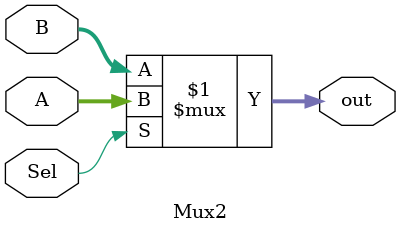
<source format=sv>
module Mux2 #(parameter W=8) (
  input         Sel,    // machine code
                               // some designs use ALU inputs
  input         [W-1:0] A,
                        B,
  output logic  [W-1:0] out
);


  assign out = Sel ? A : B;
endmodule
</source>
